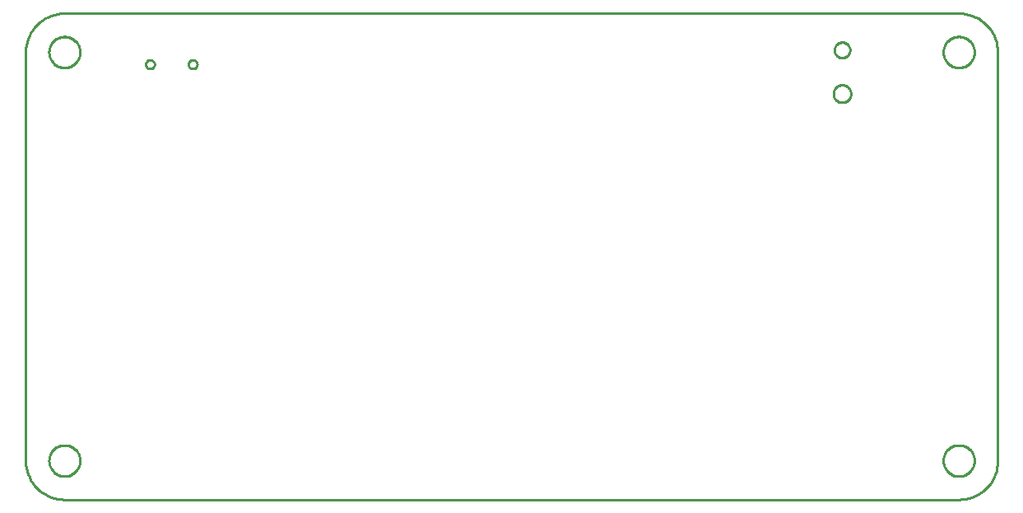
<source format=gbr>
G04 EAGLE Gerber RS-274X export*
G75*
%MOMM*%
%FSLAX34Y34*%
%LPD*%
%IN*%
%IPPOS*%
%AMOC8*
5,1,8,0,0,1.08239X$1,22.5*%
G01*
%ADD10C,0.254000*%


D10*
X0Y40000D02*
X152Y36514D01*
X608Y33054D01*
X1363Y29647D01*
X2412Y26319D01*
X3748Y23095D01*
X5359Y20000D01*
X7234Y17057D01*
X9358Y14289D01*
X11716Y11716D01*
X14289Y9358D01*
X17057Y7234D01*
X20000Y5359D01*
X23095Y3748D01*
X26319Y2412D01*
X29647Y1363D01*
X33054Y608D01*
X36514Y152D01*
X40000Y0D01*
X960000Y0D01*
X963486Y152D01*
X966946Y608D01*
X970353Y1363D01*
X973681Y2412D01*
X976905Y3748D01*
X980000Y5359D01*
X982943Y7234D01*
X985712Y9358D01*
X988284Y11716D01*
X990642Y14289D01*
X992766Y17057D01*
X994641Y20000D01*
X996252Y23095D01*
X997588Y26319D01*
X998637Y29647D01*
X999392Y33054D01*
X999848Y36514D01*
X1000000Y40000D01*
X1000000Y460000D01*
X999848Y463486D01*
X999392Y466946D01*
X998637Y470353D01*
X997588Y473681D01*
X996252Y476905D01*
X994641Y480000D01*
X992766Y482943D01*
X990642Y485712D01*
X988284Y488284D01*
X985712Y490642D01*
X982943Y492766D01*
X980000Y494641D01*
X976905Y496252D01*
X973681Y497588D01*
X970353Y498637D01*
X966946Y499392D01*
X963486Y499848D01*
X960000Y500000D01*
X40000Y500000D01*
X36514Y499848D01*
X33054Y499392D01*
X29647Y498637D01*
X26319Y497588D01*
X23095Y496252D01*
X20000Y494641D01*
X17057Y492766D01*
X14289Y490642D01*
X11716Y488284D01*
X9358Y485712D01*
X7234Y482943D01*
X5359Y480000D01*
X3748Y476905D01*
X2412Y473681D01*
X1363Y470353D01*
X608Y466946D01*
X152Y463486D01*
X0Y460000D01*
X0Y40000D01*
X831000Y417643D02*
X831069Y418426D01*
X831205Y419200D01*
X831408Y419959D01*
X831677Y420697D01*
X832009Y421410D01*
X832402Y422090D01*
X832853Y422734D01*
X833358Y423336D01*
X833914Y423892D01*
X834516Y424397D01*
X835160Y424848D01*
X835840Y425241D01*
X836553Y425573D01*
X837291Y425842D01*
X838050Y426045D01*
X838824Y426182D01*
X839607Y426250D01*
X840393Y426250D01*
X841176Y426182D01*
X841950Y426045D01*
X842709Y425842D01*
X843447Y425573D01*
X844160Y425241D01*
X844840Y424848D01*
X845484Y424397D01*
X846086Y423892D01*
X846642Y423336D01*
X847147Y422734D01*
X847598Y422090D01*
X847991Y421410D01*
X848323Y420697D01*
X848592Y419959D01*
X848795Y419200D01*
X848932Y418426D01*
X849000Y417643D01*
X849000Y416857D01*
X848932Y416074D01*
X848795Y415300D01*
X848592Y414541D01*
X848323Y413803D01*
X847991Y413090D01*
X847598Y412410D01*
X847147Y411766D01*
X846642Y411164D01*
X846086Y410608D01*
X845484Y410103D01*
X844840Y409652D01*
X844160Y409259D01*
X843447Y408927D01*
X842709Y408658D01*
X841950Y408455D01*
X841176Y408319D01*
X840393Y408250D01*
X839607Y408250D01*
X838824Y408319D01*
X838050Y408455D01*
X837291Y408658D01*
X836553Y408927D01*
X835840Y409259D01*
X835160Y409652D01*
X834516Y410103D01*
X833914Y410608D01*
X833358Y411164D01*
X832853Y411766D01*
X832402Y412410D01*
X832009Y413090D01*
X831677Y413803D01*
X831408Y414541D01*
X831205Y415300D01*
X831069Y416074D01*
X831000Y416857D01*
X831000Y417643D01*
X832000Y462643D02*
X832077Y463425D01*
X832230Y464196D01*
X832459Y464948D01*
X832759Y465675D01*
X833130Y466368D01*
X833567Y467021D01*
X834065Y467629D01*
X834621Y468185D01*
X835229Y468683D01*
X835882Y469120D01*
X836575Y469491D01*
X837302Y469791D01*
X838054Y470020D01*
X838825Y470173D01*
X839607Y470250D01*
X840393Y470250D01*
X841175Y470173D01*
X841946Y470020D01*
X842698Y469791D01*
X843425Y469491D01*
X844118Y469120D01*
X844771Y468683D01*
X845379Y468185D01*
X845935Y467629D01*
X846433Y467021D01*
X846870Y466368D01*
X847241Y465675D01*
X847541Y464948D01*
X847770Y464196D01*
X847923Y463425D01*
X848000Y462643D01*
X848000Y461857D01*
X847923Y461075D01*
X847770Y460304D01*
X847541Y459552D01*
X847241Y458825D01*
X846870Y458132D01*
X846433Y457479D01*
X845935Y456871D01*
X845379Y456315D01*
X844771Y455817D01*
X844118Y455380D01*
X843425Y455009D01*
X842698Y454709D01*
X841946Y454480D01*
X841175Y454327D01*
X840393Y454250D01*
X839607Y454250D01*
X838825Y454327D01*
X838054Y454480D01*
X837302Y454709D01*
X836575Y455009D01*
X835882Y455380D01*
X835229Y455817D01*
X834621Y456315D01*
X834065Y456871D01*
X833567Y457479D01*
X833130Y458132D01*
X832759Y458825D01*
X832459Y459552D01*
X832230Y460304D01*
X832077Y461075D01*
X832000Y461857D01*
X832000Y462643D01*
X167500Y447795D02*
X167577Y448380D01*
X167730Y448950D01*
X167955Y449495D01*
X168250Y450005D01*
X168609Y450473D01*
X169027Y450891D01*
X169495Y451250D01*
X170005Y451545D01*
X170550Y451770D01*
X171120Y451923D01*
X171705Y452000D01*
X172295Y452000D01*
X172880Y451923D01*
X173450Y451770D01*
X173995Y451545D01*
X174505Y451250D01*
X174973Y450891D01*
X175391Y450473D01*
X175750Y450005D01*
X176045Y449495D01*
X176270Y448950D01*
X176423Y448380D01*
X176500Y447795D01*
X176500Y447205D01*
X176423Y446620D01*
X176270Y446050D01*
X176045Y445505D01*
X175750Y444995D01*
X175391Y444527D01*
X174973Y444109D01*
X174505Y443750D01*
X173995Y443455D01*
X173450Y443230D01*
X172880Y443077D01*
X172295Y443000D01*
X171705Y443000D01*
X171120Y443077D01*
X170550Y443230D01*
X170005Y443455D01*
X169495Y443750D01*
X169027Y444109D01*
X168609Y444527D01*
X168250Y444995D01*
X167955Y445505D01*
X167730Y446050D01*
X167577Y446620D01*
X167500Y447205D01*
X167500Y447795D01*
X123500Y447795D02*
X123577Y448380D01*
X123730Y448950D01*
X123955Y449495D01*
X124250Y450005D01*
X124609Y450473D01*
X125027Y450891D01*
X125495Y451250D01*
X126005Y451545D01*
X126550Y451770D01*
X127120Y451923D01*
X127705Y452000D01*
X128295Y452000D01*
X128880Y451923D01*
X129450Y451770D01*
X129995Y451545D01*
X130505Y451250D01*
X130973Y450891D01*
X131391Y450473D01*
X131750Y450005D01*
X132045Y449495D01*
X132270Y448950D01*
X132423Y448380D01*
X132500Y447795D01*
X132500Y447205D01*
X132423Y446620D01*
X132270Y446050D01*
X132045Y445505D01*
X131750Y444995D01*
X131391Y444527D01*
X130973Y444109D01*
X130505Y443750D01*
X129995Y443455D01*
X129450Y443230D01*
X128880Y443077D01*
X128295Y443000D01*
X127705Y443000D01*
X127120Y443077D01*
X126550Y443230D01*
X126005Y443455D01*
X125495Y443750D01*
X125027Y444109D01*
X124609Y444527D01*
X124250Y444995D01*
X123955Y445505D01*
X123730Y446050D01*
X123577Y446620D01*
X123500Y447205D01*
X123500Y447795D01*
X56000Y39476D02*
X55932Y38431D01*
X55795Y37392D01*
X55590Y36365D01*
X55319Y35353D01*
X54983Y34361D01*
X54582Y33393D01*
X54118Y32454D01*
X53595Y31546D01*
X53013Y30675D01*
X52375Y29844D01*
X51684Y29057D01*
X50943Y28316D01*
X50156Y27625D01*
X49325Y26988D01*
X48454Y26406D01*
X47546Y25882D01*
X46607Y25418D01*
X45639Y25017D01*
X44647Y24681D01*
X43635Y24410D01*
X42608Y24205D01*
X41569Y24069D01*
X40524Y24000D01*
X39476Y24000D01*
X38431Y24069D01*
X37392Y24205D01*
X36365Y24410D01*
X35353Y24681D01*
X34361Y25017D01*
X33393Y25418D01*
X32454Y25882D01*
X31546Y26406D01*
X30675Y26988D01*
X29844Y27625D01*
X29057Y28316D01*
X28316Y29057D01*
X27625Y29844D01*
X26988Y30675D01*
X26406Y31546D01*
X25882Y32454D01*
X25418Y33393D01*
X25017Y34361D01*
X24681Y35353D01*
X24410Y36365D01*
X24205Y37392D01*
X24069Y38431D01*
X24000Y39476D01*
X24000Y40524D01*
X24069Y41569D01*
X24205Y42608D01*
X24410Y43635D01*
X24681Y44647D01*
X25017Y45639D01*
X25418Y46607D01*
X25882Y47546D01*
X26406Y48454D01*
X26988Y49325D01*
X27625Y50156D01*
X28316Y50943D01*
X29057Y51684D01*
X29844Y52375D01*
X30675Y53013D01*
X31546Y53595D01*
X32454Y54118D01*
X33393Y54582D01*
X34361Y54983D01*
X35353Y55319D01*
X36365Y55590D01*
X37392Y55795D01*
X38431Y55932D01*
X39476Y56000D01*
X40524Y56000D01*
X41569Y55932D01*
X42608Y55795D01*
X43635Y55590D01*
X44647Y55319D01*
X45639Y54983D01*
X46607Y54582D01*
X47546Y54118D01*
X48454Y53595D01*
X49325Y53013D01*
X50156Y52375D01*
X50943Y51684D01*
X51684Y50943D01*
X52375Y50156D01*
X53013Y49325D01*
X53595Y48454D01*
X54118Y47546D01*
X54582Y46607D01*
X54983Y45639D01*
X55319Y44647D01*
X55590Y43635D01*
X55795Y42608D01*
X55932Y41569D01*
X56000Y40524D01*
X56000Y39476D01*
X976000Y39476D02*
X975932Y38431D01*
X975795Y37392D01*
X975590Y36365D01*
X975319Y35353D01*
X974983Y34361D01*
X974582Y33393D01*
X974118Y32454D01*
X973595Y31546D01*
X973013Y30675D01*
X972375Y29844D01*
X971684Y29057D01*
X970943Y28316D01*
X970156Y27625D01*
X969325Y26988D01*
X968454Y26406D01*
X967546Y25882D01*
X966607Y25418D01*
X965639Y25017D01*
X964647Y24681D01*
X963635Y24410D01*
X962608Y24205D01*
X961569Y24069D01*
X960524Y24000D01*
X959476Y24000D01*
X958431Y24069D01*
X957392Y24205D01*
X956365Y24410D01*
X955353Y24681D01*
X954361Y25017D01*
X953393Y25418D01*
X952454Y25882D01*
X951546Y26406D01*
X950675Y26988D01*
X949844Y27625D01*
X949057Y28316D01*
X948316Y29057D01*
X947625Y29844D01*
X946988Y30675D01*
X946406Y31546D01*
X945882Y32454D01*
X945418Y33393D01*
X945017Y34361D01*
X944681Y35353D01*
X944410Y36365D01*
X944205Y37392D01*
X944069Y38431D01*
X944000Y39476D01*
X944000Y40524D01*
X944069Y41569D01*
X944205Y42608D01*
X944410Y43635D01*
X944681Y44647D01*
X945017Y45639D01*
X945418Y46607D01*
X945882Y47546D01*
X946406Y48454D01*
X946988Y49325D01*
X947625Y50156D01*
X948316Y50943D01*
X949057Y51684D01*
X949844Y52375D01*
X950675Y53013D01*
X951546Y53595D01*
X952454Y54118D01*
X953393Y54582D01*
X954361Y54983D01*
X955353Y55319D01*
X956365Y55590D01*
X957392Y55795D01*
X958431Y55932D01*
X959476Y56000D01*
X960524Y56000D01*
X961569Y55932D01*
X962608Y55795D01*
X963635Y55590D01*
X964647Y55319D01*
X965639Y54983D01*
X966607Y54582D01*
X967546Y54118D01*
X968454Y53595D01*
X969325Y53013D01*
X970156Y52375D01*
X970943Y51684D01*
X971684Y50943D01*
X972375Y50156D01*
X973013Y49325D01*
X973595Y48454D01*
X974118Y47546D01*
X974582Y46607D01*
X974983Y45639D01*
X975319Y44647D01*
X975590Y43635D01*
X975795Y42608D01*
X975932Y41569D01*
X976000Y40524D01*
X976000Y39476D01*
X976000Y459476D02*
X975932Y458431D01*
X975795Y457392D01*
X975590Y456365D01*
X975319Y455353D01*
X974983Y454361D01*
X974582Y453393D01*
X974118Y452454D01*
X973595Y451546D01*
X973013Y450675D01*
X972375Y449844D01*
X971684Y449057D01*
X970943Y448316D01*
X970156Y447625D01*
X969325Y446988D01*
X968454Y446406D01*
X967546Y445882D01*
X966607Y445418D01*
X965639Y445017D01*
X964647Y444681D01*
X963635Y444410D01*
X962608Y444205D01*
X961569Y444069D01*
X960524Y444000D01*
X959476Y444000D01*
X958431Y444069D01*
X957392Y444205D01*
X956365Y444410D01*
X955353Y444681D01*
X954361Y445017D01*
X953393Y445418D01*
X952454Y445882D01*
X951546Y446406D01*
X950675Y446988D01*
X949844Y447625D01*
X949057Y448316D01*
X948316Y449057D01*
X947625Y449844D01*
X946988Y450675D01*
X946406Y451546D01*
X945882Y452454D01*
X945418Y453393D01*
X945017Y454361D01*
X944681Y455353D01*
X944410Y456365D01*
X944205Y457392D01*
X944069Y458431D01*
X944000Y459476D01*
X944000Y460524D01*
X944069Y461569D01*
X944205Y462608D01*
X944410Y463635D01*
X944681Y464647D01*
X945017Y465639D01*
X945418Y466607D01*
X945882Y467546D01*
X946406Y468454D01*
X946988Y469325D01*
X947625Y470156D01*
X948316Y470943D01*
X949057Y471684D01*
X949844Y472375D01*
X950675Y473013D01*
X951546Y473595D01*
X952454Y474118D01*
X953393Y474582D01*
X954361Y474983D01*
X955353Y475319D01*
X956365Y475590D01*
X957392Y475795D01*
X958431Y475932D01*
X959476Y476000D01*
X960524Y476000D01*
X961569Y475932D01*
X962608Y475795D01*
X963635Y475590D01*
X964647Y475319D01*
X965639Y474983D01*
X966607Y474582D01*
X967546Y474118D01*
X968454Y473595D01*
X969325Y473013D01*
X970156Y472375D01*
X970943Y471684D01*
X971684Y470943D01*
X972375Y470156D01*
X973013Y469325D01*
X973595Y468454D01*
X974118Y467546D01*
X974582Y466607D01*
X974983Y465639D01*
X975319Y464647D01*
X975590Y463635D01*
X975795Y462608D01*
X975932Y461569D01*
X976000Y460524D01*
X976000Y459476D01*
X56000Y459476D02*
X55932Y458431D01*
X55795Y457392D01*
X55590Y456365D01*
X55319Y455353D01*
X54983Y454361D01*
X54582Y453393D01*
X54118Y452454D01*
X53595Y451546D01*
X53013Y450675D01*
X52375Y449844D01*
X51684Y449057D01*
X50943Y448316D01*
X50156Y447625D01*
X49325Y446988D01*
X48454Y446406D01*
X47546Y445882D01*
X46607Y445418D01*
X45639Y445017D01*
X44647Y444681D01*
X43635Y444410D01*
X42608Y444205D01*
X41569Y444069D01*
X40524Y444000D01*
X39476Y444000D01*
X38431Y444069D01*
X37392Y444205D01*
X36365Y444410D01*
X35353Y444681D01*
X34361Y445017D01*
X33393Y445418D01*
X32454Y445882D01*
X31546Y446406D01*
X30675Y446988D01*
X29844Y447625D01*
X29057Y448316D01*
X28316Y449057D01*
X27625Y449844D01*
X26988Y450675D01*
X26406Y451546D01*
X25882Y452454D01*
X25418Y453393D01*
X25017Y454361D01*
X24681Y455353D01*
X24410Y456365D01*
X24205Y457392D01*
X24069Y458431D01*
X24000Y459476D01*
X24000Y460524D01*
X24069Y461569D01*
X24205Y462608D01*
X24410Y463635D01*
X24681Y464647D01*
X25017Y465639D01*
X25418Y466607D01*
X25882Y467546D01*
X26406Y468454D01*
X26988Y469325D01*
X27625Y470156D01*
X28316Y470943D01*
X29057Y471684D01*
X29844Y472375D01*
X30675Y473013D01*
X31546Y473595D01*
X32454Y474118D01*
X33393Y474582D01*
X34361Y474983D01*
X35353Y475319D01*
X36365Y475590D01*
X37392Y475795D01*
X38431Y475932D01*
X39476Y476000D01*
X40524Y476000D01*
X41569Y475932D01*
X42608Y475795D01*
X43635Y475590D01*
X44647Y475319D01*
X45639Y474983D01*
X46607Y474582D01*
X47546Y474118D01*
X48454Y473595D01*
X49325Y473013D01*
X50156Y472375D01*
X50943Y471684D01*
X51684Y470943D01*
X52375Y470156D01*
X53013Y469325D01*
X53595Y468454D01*
X54118Y467546D01*
X54582Y466607D01*
X54983Y465639D01*
X55319Y464647D01*
X55590Y463635D01*
X55795Y462608D01*
X55932Y461569D01*
X56000Y460524D01*
X56000Y459476D01*
M02*

</source>
